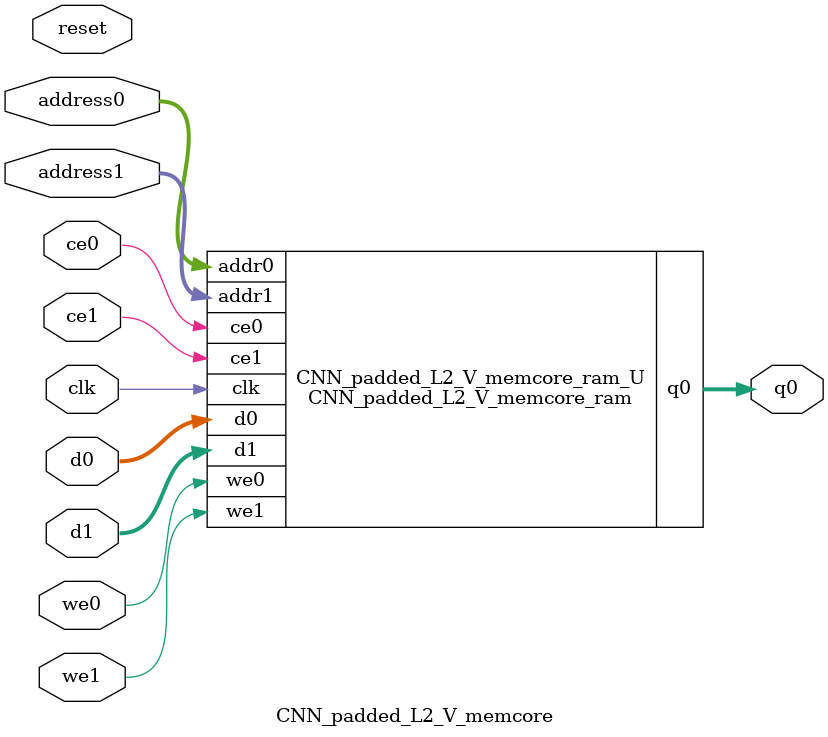
<source format=v>

`timescale 1 ns / 1 ps
module CNN_padded_L2_V_memcore_ram (addr0, ce0, d0, we0, q0, addr1, ce1, d1, we1,  clk);

parameter DWIDTH = 25;
parameter AWIDTH = 8;
parameter MEM_SIZE = 256;

input[AWIDTH-1:0] addr0;
input ce0;
input[DWIDTH-1:0] d0;
input we0;
output reg[DWIDTH-1:0] q0;
input[AWIDTH-1:0] addr1;
input ce1;
input[DWIDTH-1:0] d1;
input we1;
input clk;

(* ram_style = "block" *)reg [DWIDTH-1:0] ram[0:MEM_SIZE-1];




always @(posedge clk)  
begin 
    if (ce0) 
    begin
        if (we0) 
        begin 
            ram[addr0] <= d0; 
            q0 <= d0;
        end 
        else 
            q0 <= ram[addr0];
    end
end


always @(posedge clk)  
begin 
    if (ce1) 
    begin
        if (we1) 
        begin 
            ram[addr1] <= d1; 
        end 
    end
end


endmodule


`timescale 1 ns / 1 ps
module CNN_padded_L2_V_memcore(
    reset,
    clk,
    address0,
    ce0,
    we0,
    d0,
    q0,
    address1,
    ce1,
    we1,
    d1);

parameter DataWidth = 32'd25;
parameter AddressRange = 32'd256;
parameter AddressWidth = 32'd8;
input reset;
input clk;
input[AddressWidth - 1:0] address0;
input ce0;
input we0;
input[DataWidth - 1:0] d0;
output[DataWidth - 1:0] q0;
input[AddressWidth - 1:0] address1;
input ce1;
input we1;
input[DataWidth - 1:0] d1;



CNN_padded_L2_V_memcore_ram CNN_padded_L2_V_memcore_ram_U(
    .clk( clk ),
    .addr0( address0 ),
    .ce0( ce0 ),
    .we0( we0 ),
    .d0( d0 ),
    .q0( q0 ),
    .addr1( address1 ),
    .ce1( ce1 ),
    .we1( we1 ),
    .d1( d1 ));

endmodule


</source>
